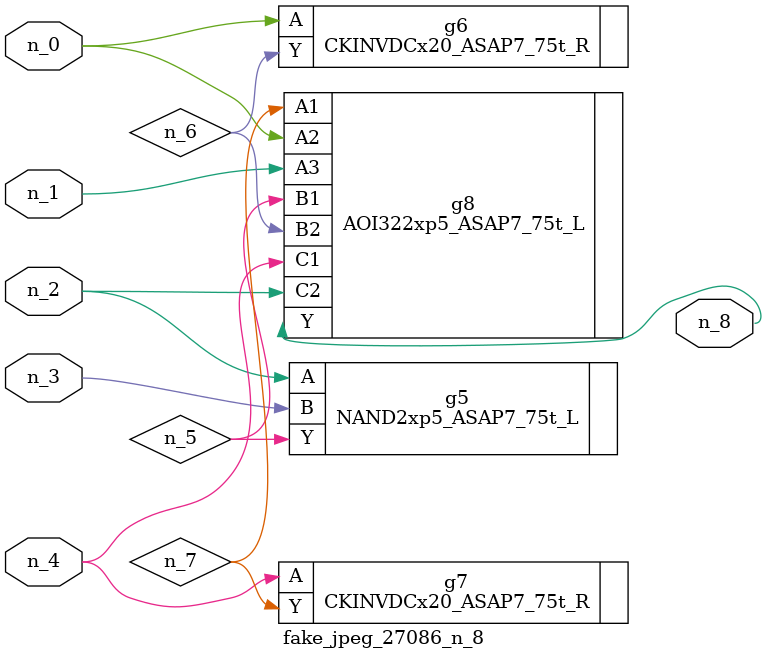
<source format=v>
module fake_jpeg_27086_n_8 (n_3, n_2, n_1, n_0, n_4, n_8);

input n_3;
input n_2;
input n_1;
input n_0;
input n_4;

output n_8;

wire n_6;
wire n_5;
wire n_7;

NAND2xp5_ASAP7_75t_L g5 ( 
.A(n_2),
.B(n_3),
.Y(n_5)
);

CKINVDCx20_ASAP7_75t_R g6 ( 
.A(n_0),
.Y(n_6)
);

CKINVDCx20_ASAP7_75t_R g7 ( 
.A(n_4),
.Y(n_7)
);

AOI322xp5_ASAP7_75t_L g8 ( 
.A1(n_7),
.A2(n_0),
.A3(n_1),
.B1(n_5),
.B2(n_6),
.C1(n_4),
.C2(n_2),
.Y(n_8)
);


endmodule
</source>
